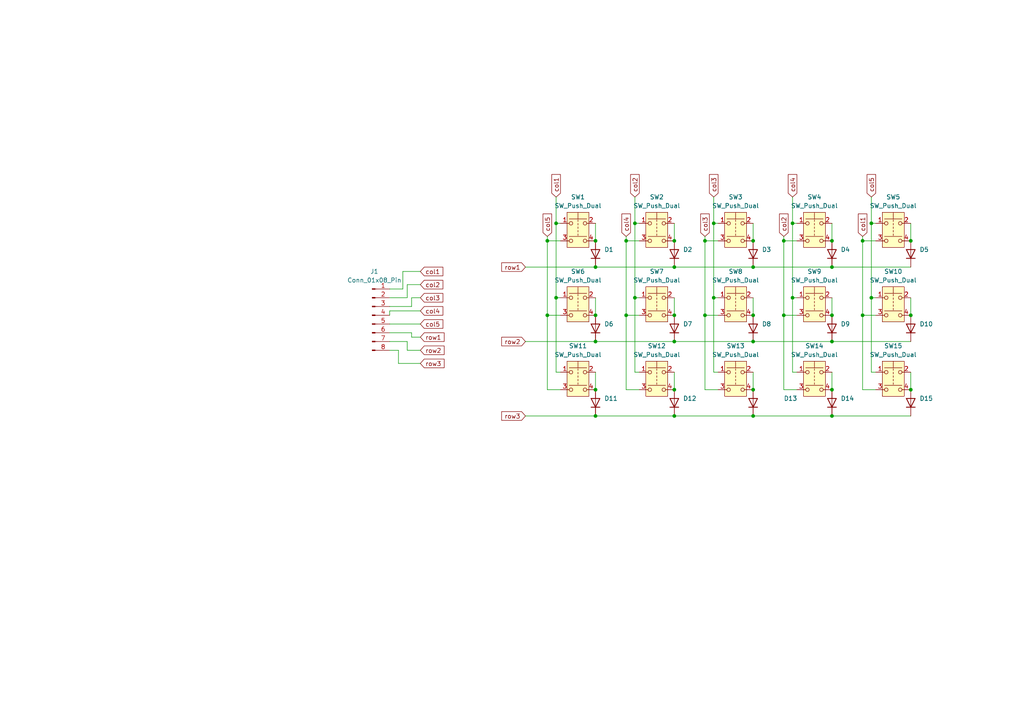
<source format=kicad_sch>
(kicad_sch (version 20250114) (generator "eeschema") (generator_version "9.0")
  (paper "A4")
  (lib_symbols
    (symbol "Connector:Conn_01x08_Pin" (pin_names (offset 1.016) (hide yes))
      (property "Reference" "J" (at 0 10.16 0))
      (property "Value" "Conn_01x08_Pin" (at 0 -12.7 0))
      (symbol "Conn_01x08_Pin_1_1"
        (rectangle (start 0.8636 7.747) (end 0 7.493) (stroke (width 0.1524)) (fill (type outline)))
        (rectangle (start 0.8636 5.207) (end 0 4.953) (stroke (width 0.1524)) (fill (type outline)))
        (rectangle (start 0.8636 2.667) (end 0 2.413) (stroke (width 0.1524)) (fill (type outline)))
        (rectangle (start 0.8636 0.127) (end 0 -0.127) (stroke (width 0.1524)) (fill (type outline)))
        (rectangle (start 0.8636 -2.413) (end 0 -2.667) (stroke (width 0.1524)) (fill (type outline)))
        (rectangle (start 0.8636 -4.953) (end 0 -5.207) (stroke (width 0.1524)) (fill (type outline)))
        (rectangle (start 0.8636 -7.493) (end 0 -7.747) (stroke (width 0.1524)) (fill (type outline)))
        (rectangle (start 0.8636 -10.033) (end 0 -10.287) (stroke (width 0.1524)) (fill (type outline)))
        (polyline (pts (xy 1.27 7.62) (xy 0.8636 7.62)) (stroke (width 0.1524)))
        (polyline (pts (xy 1.27 5.08) (xy 0.8636 5.08)) (stroke (width 0.1524)))
        (polyline (pts (xy 1.27 2.54) (xy 0.8636 2.54)) (stroke (width 0.1524)))
        (polyline (pts (xy 1.27 0) (xy 0.8636 0)) (stroke (width 0.1524)))
        (polyline (pts (xy 1.27 -2.54) (xy 0.8636 -2.54)) (stroke (width 0.1524)))
        (polyline (pts (xy 1.27 -5.08) (xy 0.8636 -5.08)) (stroke (width 0.1524)))
        (polyline (pts (xy 1.27 -7.62) (xy 0.8636 -7.62)) (stroke (width 0.1524)))
        (polyline (pts (xy 1.27 -10.16) (xy 0.8636 -10.16)) (stroke (width 0.1524)))
        (pin passive line (at 5.08 7.62 180) (length 3.81) (name "Pin_1") (number "1"))
        (pin passive line (at 5.08 5.08 180) (length 3.81) (name "Pin_2") (number "2"))
        (pin passive line (at 5.08 2.54 180) (length 3.81) (name "Pin_3") (number "3"))
        (pin passive line (at 5.08 0 180) (length 3.81) (name "Pin_4") (number "4"))
        (pin passive line (at 5.08 -2.54 180) (length 3.81) (name "Pin_5") (number "5"))
        (pin passive line (at 5.08 -5.08 180) (length 3.81) (name "Pin_6") (number "6"))
        (pin passive line (at 5.08 -7.62 180) (length 3.81) (name "Pin_7") (number "7"))
        (pin passive line (at 5.08 -10.16 180) (length 3.81) (name "Pin_8") (number "8"))
      )
    )
    (symbol "Diode:1N4148" (pin_numbers (hide yes)) (pin_names (hide yes))
      (property "Reference" "D" (at 0 2.54 0))
      (property "Value" "1N4148" (at 0 -2.54 0))
      (symbol "1N4148_0_1"
        (polyline (pts (xy -1.27 1.27) (xy -1.27 -1.27)) (stroke (width 0.254)))
        (polyline (pts (xy 1.27 1.27) (xy 1.27 -1.27) (xy -1.27 0) (xy 1.27 1.27)) (stroke (width 0.254)))
        (polyline (pts (xy 1.27 0) (xy -1.27 0)))
      )
      (symbol "1N4148_1_1"
        (pin passive line (at -3.81 0 0) (length 2.54) (name "K") (number "1"))
        (pin passive line (at 3.81 0 180) (length 2.54) (name "A") (number "2"))
      )
    )
    (symbol "Switch:SW_Push_Dual" (pin_names (offset 1.016) (hide yes))
      (property "Reference" "SW" (at 0 7.62 0))
      (property "Value" "SW_Push_Dual" (at 0 -6.35 0))
      (symbol "SW_Push_Dual_0_1"
        (circle (center -2.032 2.54) (radius 0.508))
        (circle (center -2.032 -2.54) (radius 0.508))
        (polyline (pts (xy 0 3.81) (xy 0 5.588)))
        (polyline (pts (xy 0 3.048) (xy 0 3.556)))
        (polyline (pts (xy 0 2.032) (xy 0 2.54)))
        (polyline (pts (xy 0 1.016) (xy 0 1.524)))
        (polyline (pts (xy 0 0.508) (xy 0 0)))
        (polyline (pts (xy 0 -0.508) (xy 0 -1.016)))
        (circle (center 2.032 2.54) (radius 0.508))
        (circle (center 2.032 -2.54) (radius 0.508))
        (polyline (pts (xy 2.54 3.81) (xy -2.54 3.81)))
        (polyline (pts (xy 2.54 -1.27) (xy -2.54 -1.27)))
        (pin passive line (at -5.08 2.54 0) (length 2.54) (name "1") (number "1"))
        (pin passive line (at -5.08 -2.54 0) (length 2.54) (name "3") (number "3"))
        (pin passive line (at 5.08 2.54 180) (length 2.54) (name "2") (number "2"))
        (pin passive line (at 5.08 -2.54 180) (length 2.54) (name "4") (number "4"))
      )
      (symbol "SW_Push_Dual_1_1"
        (rectangle (start -3.175 5.715) (end 3.175 -4.445) (fill (type background)))
      )
    )
  )
  (junction (at 184.15 86.36))
  (junction (at 172.72 69.85))
  (junction (at 250.19 69.85))
  (junction (at 158.75 69.85))
  (junction (at 218.44 77.47))
  (junction (at 229.87 64.77))
  (junction (at 218.44 113.03))
  (junction (at 227.33 69.85))
  (junction (at 218.44 99.06))
  (junction (at 241.3 99.06))
  (junction (at 172.72 91.44))
  (junction (at 195.58 120.65))
  (junction (at 172.72 120.65))
  (junction (at 158.75 91.44))
  (junction (at 195.58 77.47))
  (junction (at 195.58 91.44))
  (junction (at 252.73 64.77))
  (junction (at 218.44 91.44))
  (junction (at 172.72 113.03))
  (junction (at 207.01 64.77))
  (junction (at 207.01 86.36))
  (junction (at 172.72 77.47))
  (junction (at 181.61 91.44))
  (junction (at 204.47 91.44))
  (junction (at 161.29 64.77))
  (junction (at 218.44 120.65))
  (junction (at 184.15 64.77))
  (junction (at 264.16 91.44))
  (junction (at 250.19 91.44))
  (junction (at 227.33 91.44))
  (junction (at 195.58 69.85))
  (junction (at 161.29 86.36))
  (junction (at 252.73 86.36))
  (junction (at 218.44 69.85))
  (junction (at 181.61 69.85))
  (junction (at 241.3 113.03))
  (junction (at 264.16 113.03))
  (junction (at 241.3 91.44))
  (junction (at 204.47 69.85))
  (junction (at 264.16 69.85))
  (junction (at 241.3 69.85))
  (junction (at 195.58 99.06))
  (junction (at 241.3 120.65))
  (junction (at 229.87 86.36))
  (junction (at 195.58 113.03))
  (junction (at 172.72 99.06))
  (junction (at 241.3 77.47))
  (wire (pts (xy 161.29 57.15) (xy 161.29 64.77)))
  (wire (pts (xy 241.3 86.36) (xy 241.3 91.44)))
  (wire (pts (xy 207.01 107.95) (xy 207.01 86.36)))
  (wire (pts (xy 162.56 91.44) (xy 158.75 91.44)))
  (wire (pts (xy 185.42 64.77) (xy 184.15 64.77)))
  (wire (pts (xy 152.4 77.47) (xy 172.72 77.47)))
  (wire (pts (xy 231.14 91.44) (xy 227.33 91.44)))
  (wire (pts (xy 208.28 107.95) (xy 207.01 107.95)))
  (wire (pts (xy 181.61 91.44) (xy 181.61 69.85)))
  (wire (pts (xy 181.61 113.03) (xy 181.61 91.44)))
  (wire (pts (xy 195.58 77.47) (xy 218.44 77.47)))
  (wire (pts (xy 185.42 113.03) (xy 181.61 113.03)))
  (wire (pts (xy 218.44 107.95) (xy 218.44 113.03)))
  (wire (pts (xy 229.87 86.36) (xy 229.87 64.77)))
  (wire (pts (xy 250.19 91.44) (xy 250.19 69.85)))
  (wire (pts (xy 254 113.03) (xy 250.19 113.03)))
  (wire (pts (xy 184.15 86.36) (xy 184.15 107.95)))
  (wire (pts (xy 231.14 107.95) (xy 229.87 107.95)))
  (wire (pts (xy 208.28 86.36) (xy 207.01 86.36)))
  (wire (pts (xy 116.84 83.82) (xy 113.03 83.82)))
  (wire (pts (xy 184.15 64.77) (xy 184.15 86.36)))
  (wire (pts (xy 119.38 97.79) (xy 119.38 96.52)))
  (wire (pts (xy 118.11 82.55) (xy 118.11 86.36)))
  (wire (pts (xy 121.92 101.6) (xy 118.11 101.6)))
  (wire (pts (xy 254 86.36) (xy 252.73 86.36)))
  (wire (pts (xy 195.58 99.06) (xy 218.44 99.06)))
  (wire (pts (xy 264.16 86.36) (xy 264.16 91.44)))
  (wire (pts (xy 185.42 86.36) (xy 184.15 86.36)))
  (wire (pts (xy 227.33 113.03) (xy 227.33 91.44)))
  (wire (pts (xy 162.56 113.03) (xy 158.75 113.03)))
  (wire (pts (xy 121.92 90.17) (xy 113.03 90.17)))
  (wire (pts (xy 229.87 64.77) (xy 229.87 57.15)))
  (wire (pts (xy 118.11 86.36) (xy 113.03 86.36)))
  (wire (pts (xy 195.58 120.65) (xy 218.44 120.65)))
  (wire (pts (xy 119.38 88.9) (xy 113.03 88.9)))
  (wire (pts (xy 227.33 69.85) (xy 227.33 68.58)))
  (wire (pts (xy 172.72 99.06) (xy 195.58 99.06)))
  (wire (pts (xy 241.3 77.47) (xy 264.16 77.47)))
  (wire (pts (xy 119.38 86.36) (xy 119.38 88.9)))
  (wire (pts (xy 172.72 64.77) (xy 172.72 69.85)))
  (wire (pts (xy 162.56 107.95) (xy 161.29 107.95)))
  (wire (pts (xy 254 69.85) (xy 250.19 69.85)))
  (wire (pts (xy 254 107.95) (xy 252.73 107.95)))
  (wire (pts (xy 152.4 120.65) (xy 172.72 120.65)))
  (wire (pts (xy 204.47 91.44) (xy 204.47 69.85)))
  (wire (pts (xy 121.92 78.74) (xy 116.84 78.74)))
  (wire (pts (xy 208.28 64.77) (xy 207.01 64.77)))
  (wire (pts (xy 204.47 113.03) (xy 204.47 91.44)))
  (wire (pts (xy 218.44 120.65) (xy 241.3 120.65)))
  (wire (pts (xy 252.73 107.95) (xy 252.73 86.36)))
  (wire (pts (xy 172.72 77.47) (xy 195.58 77.47)))
  (wire (pts (xy 231.14 86.36) (xy 229.87 86.36)))
  (wire (pts (xy 161.29 64.77) (xy 162.56 64.77)))
  (wire (pts (xy 158.75 68.58) (xy 158.75 69.85)))
  (wire (pts (xy 185.42 91.44) (xy 181.61 91.44)))
  (wire (pts (xy 184.15 64.77) (xy 184.15 57.15)))
  (wire (pts (xy 115.57 105.41) (xy 115.57 101.6)))
  (wire (pts (xy 113.03 93.98) (xy 121.92 93.98)))
  (wire (pts (xy 158.75 69.85) (xy 162.56 69.85)))
  (wire (pts (xy 185.42 107.95) (xy 184.15 107.95)))
  (wire (pts (xy 118.11 99.06) (xy 113.03 99.06)))
  (wire (pts (xy 252.73 64.77) (xy 252.73 86.36)))
  (wire (pts (xy 241.3 120.65) (xy 264.16 120.65)))
  (wire (pts (xy 115.57 101.6) (xy 113.03 101.6)))
  (wire (pts (xy 218.44 99.06) (xy 241.3 99.06)))
  (wire (pts (xy 208.28 69.85) (xy 204.47 69.85)))
  (wire (pts (xy 113.03 90.17) (xy 113.03 91.44)))
  (wire (pts (xy 207.01 64.77) (xy 207.01 57.15)))
  (wire (pts (xy 218.44 64.77) (xy 218.44 69.85)))
  (wire (pts (xy 172.72 86.36) (xy 172.72 91.44)))
  (wire (pts (xy 158.75 91.44) (xy 158.75 69.85)))
  (wire (pts (xy 264.16 107.95) (xy 264.16 113.03)))
  (wire (pts (xy 172.72 120.65) (xy 195.58 120.65)))
  (wire (pts (xy 204.47 69.85) (xy 204.47 68.58)))
  (wire (pts (xy 121.92 105.41) (xy 115.57 105.41)))
  (wire (pts (xy 195.58 86.36) (xy 195.58 91.44)))
  (wire (pts (xy 254 91.44) (xy 250.19 91.44)))
  (wire (pts (xy 250.19 113.03) (xy 250.19 91.44)))
  (wire (pts (xy 119.38 96.52) (xy 113.03 96.52)))
  (wire (pts (xy 264.16 64.77) (xy 264.16 69.85)))
  (wire (pts (xy 208.28 91.44) (xy 204.47 91.44)))
  (wire (pts (xy 229.87 107.95) (xy 229.87 86.36)))
  (wire (pts (xy 241.3 99.06) (xy 264.16 99.06)))
  (wire (pts (xy 172.72 107.95) (xy 172.72 113.03)))
  (wire (pts (xy 185.42 69.85) (xy 181.61 69.85)))
  (wire (pts (xy 116.84 78.74) (xy 116.84 83.82)))
  (wire (pts (xy 227.33 91.44) (xy 227.33 69.85)))
  (wire (pts (xy 158.75 113.03) (xy 158.75 91.44)))
  (wire (pts (xy 161.29 64.77) (xy 161.29 86.36)))
  (wire (pts (xy 181.61 69.85) (xy 181.61 68.58)))
  (wire (pts (xy 195.58 64.77) (xy 195.58 69.85)))
  (wire (pts (xy 208.28 113.03) (xy 204.47 113.03)))
  (wire (pts (xy 121.92 82.55) (xy 118.11 82.55)))
  (wire (pts (xy 250.19 69.85) (xy 250.19 68.58)))
  (wire (pts (xy 121.92 86.36) (xy 119.38 86.36)))
  (wire (pts (xy 252.73 64.77) (xy 252.73 57.15)))
  (wire (pts (xy 218.44 77.47) (xy 241.3 77.47)))
  (wire (pts (xy 231.14 113.03) (xy 227.33 113.03)))
  (wire (pts (xy 162.56 86.36) (xy 161.29 86.36)))
  (wire (pts (xy 241.3 107.95) (xy 241.3 113.03)))
  (wire (pts (xy 231.14 64.77) (xy 229.87 64.77)))
  (wire (pts (xy 118.11 101.6) (xy 118.11 99.06)))
  (wire (pts (xy 121.92 97.79) (xy 119.38 97.79)))
  (wire (pts (xy 254 64.77) (xy 252.73 64.77)))
  (wire (pts (xy 195.58 107.95) (xy 195.58 113.03)))
  (wire (pts (xy 207.01 86.36) (xy 207.01 64.77)))
  (wire (pts (xy 218.44 86.36) (xy 218.44 91.44)))
  (wire (pts (xy 241.3 64.77) (xy 241.3 69.85)))
  (wire (pts (xy 152.4 99.06) (xy 172.72 99.06)))
  (wire (pts (xy 231.14 69.85) (xy 227.33 69.85)))
  (wire (pts (xy 161.29 86.36) (xy 161.29 107.95)))
  (global_label "col5" (shape input) (at 158.75 68.58 90) (property "Intersheetrefs" "${INTERSHEET_REFS}" (effects (hide yes))))
  (global_label "col5" (shape input) (at 252.73 57.15 90) (property "Intersheetrefs" "${INTERSHEET_REFS}" (effects (hide yes))))
  (global_label "col1" (shape input) (at 250.19 68.58 90) (property "Intersheetrefs" "${INTERSHEET_REFS}" (effects (hide yes))))
  (global_label "col4" (shape input) (at 229.87 57.15 90) (property "Intersheetrefs" "${INTERSHEET_REFS}" (effects (hide yes))))
  (global_label "row2" (shape input) (at 121.92 101.6 0) (property "Intersheetrefs" "${INTERSHEET_REFS}" (effects (hide yes))))
  (global_label "col2" (shape input) (at 121.92 82.55 0) (property "Intersheetrefs" "${INTERSHEET_REFS}" (effects (hide yes))))
  (global_label "col1" (shape input) (at 161.29 57.15 90) (property "Intersheetrefs" "${INTERSHEET_REFS}" (effects (hide yes))))
  (global_label "col4" (shape input) (at 121.92 90.17 0) (property "Intersheetrefs" "${INTERSHEET_REFS}" (effects (hide yes))))
  (global_label "row3" (shape input) (at 152.4 120.65 180) (property "Intersheetrefs" "${INTERSHEET_REFS}" (effects (hide yes))))
  (global_label "col3" (shape input) (at 121.92 86.36 0) (property "Intersheetrefs" "${INTERSHEET_REFS}" (effects (hide yes))))
  (global_label "col2" (shape input) (at 184.15 57.15 90) (property "Intersheetrefs" "${INTERSHEET_REFS}" (effects (hide yes))))
  (global_label "col4" (shape input) (at 181.61 68.58 90) (property "Intersheetrefs" "${INTERSHEET_REFS}" (effects (hide yes))))
  (global_label "row2" (shape input) (at 152.4 99.06 180) (property "Intersheetrefs" "${INTERSHEET_REFS}" (effects (hide yes))))
  (global_label "col2" (shape input) (at 227.33 68.58 90) (property "Intersheetrefs" "${INTERSHEET_REFS}" (effects (hide yes))))
  (global_label "col3" (shape input) (at 207.01 57.15 90) (property "Intersheetrefs" "${INTERSHEET_REFS}" (effects (hide yes))))
  (global_label "row3" (shape input) (at 121.92 105.41 0) (property "Intersheetrefs" "${INTERSHEET_REFS}" (effects (hide yes))))
  (global_label "col5" (shape input) (at 121.92 93.98 0) (property "Intersheetrefs" "${INTERSHEET_REFS}" (effects (hide yes))))
  (global_label "col1" (shape input) (at 121.92 78.74 0) (property "Intersheetrefs" "${INTERSHEET_REFS}" (effects (hide yes))))
  (global_label "row1" (shape input) (at 152.4 77.47 180) (property "Intersheetrefs" "${INTERSHEET_REFS}" (effects (hide yes))))
  (global_label "col3" (shape input) (at 204.47 68.58 90) (property "Intersheetrefs" "${INTERSHEET_REFS}" (effects (hide yes))))
  (global_label "row1" (shape input) (at 121.92 97.79 0) (property "Intersheetrefs" "${INTERSHEET_REFS}" (effects (hide yes))))
  (symbol (lib_id "Diode:1N4148") (at 241.3 73.66 90) (unit 1)
    (property "Reference" "D4" (at 243.84 72.3899 90) (effects (justify right)))
    (property "Value" "1N4148" (effects (hide yes)))
    (property "Footprint" "Diode_THT:D_DO-35_SOD27_P7.62mm_Horizontal" (effects (hide yes)))
    (property "Datasheet" "https://assets.nexperia.com/documents/data-sheet/1N4148_1N4448.pdf" (effects (hide yes)))
    (property "Description" "100V 0.15A standard switching diode, DO-35" (effects (hide yes)))
    (property "Sim.Device" "D" (effects (hide yes)))
    (property "Sim.Pins" "1=K 2=A" (effects (hide yes)))
  )
  (symbol (lib_id "Diode:1N4148") (at 195.58 116.84 90) (unit 1)
    (property "Reference" "D12" (at 198.12 115.5699 90) (effects (justify right)))
    (property "Value" "1N4148" (effects (hide yes)))
    (property "Footprint" "Diode_THT:D_DO-35_SOD27_P7.62mm_Horizontal" (effects (hide yes)))
    (property "Datasheet" "https://assets.nexperia.com/documents/data-sheet/1N4148_1N4448.pdf" (effects (hide yes)))
    (property "Description" "100V 0.15A standard switching diode, DO-35" (effects (hide yes)))
    (property "Sim.Device" "D" (effects (hide yes)))
    (property "Sim.Pins" "1=K 2=A" (effects (hide yes)))
  )
  (symbol (lib_id "Diode:1N4148") (at 241.3 95.25 90) (unit 1)
    (property "Reference" "D9" (at 243.84 93.9799 90) (effects (justify right)))
    (property "Value" "1N4148" (effects (hide yes)))
    (property "Footprint" "Diode_THT:D_DO-35_SOD27_P7.62mm_Horizontal" (effects (hide yes)))
    (property "Datasheet" "https://assets.nexperia.com/documents/data-sheet/1N4148_1N4448.pdf" (effects (hide yes)))
    (property "Description" "100V 0.15A standard switching diode, DO-35" (effects (hide yes)))
    (property "Sim.Device" "D" (effects (hide yes)))
    (property "Sim.Pins" "1=K 2=A" (effects (hide yes)))
  )
  (symbol (lib_id "Diode:1N4148") (at 195.58 73.66 90) (unit 1)
    (property "Reference" "D2" (at 198.12 72.3899 90) (effects (justify right)))
    (property "Value" "1N4148" (effects (hide yes)))
    (property "Footprint" "Diode_THT:D_DO-35_SOD27_P7.62mm_Horizontal" (effects (hide yes)))
    (property "Datasheet" "https://assets.nexperia.com/documents/data-sheet/1N4148_1N4448.pdf" (effects (hide yes)))
    (property "Description" "100V 0.15A standard switching diode, DO-35" (effects (hide yes)))
    (property "Sim.Device" "D" (effects (hide yes)))
    (property "Sim.Pins" "1=K 2=A" (effects (hide yes)))
  )
  (symbol (lib_id "Connector:Conn_01x08_Pin") (at 107.95 91.44 0) (unit 1)
    (property "Reference" "J1" (at 108.585 78.74 0))
    (property "Value" "Conn_01x08_Pin" (at 108.585 81.28 0))
    (property "Footprint" "Connector_PinHeader_2.54mm:PinHeader_1x08_P2.54mm_Vertical" (effects (hide yes)))
    (property "Description" "Generic connector, single row, 01x08, script generated" (effects (hide yes)))
  )
  (symbol (lib_id "Switch:SW_Push_Dual") (at 259.08 110.49 0) (unit 1)
    (property "Reference" "SW15" (at 259.08 100.33 0))
    (property "Value" "SW_Push_Dual" (at 259.08 102.87 0))
    (property "Footprint" "TestingSplitKb:Kailh_socket_MX_reversible" (effects (hide yes)))
    (property "Description" "Push button switch, generic, symbol, four pins" (effects (hide yes)))
  )
  (symbol (lib_id "Switch:SW_Push_Dual") (at 167.64 67.31 0) (unit 1)
    (property "Reference" "SW1" (at 167.64 57.15 0))
    (property "Value" "SW_Push_Dual" (at 167.64 59.69 0))
    (property "Footprint" "TestingSplitKb:Kailh_socket_MX_reversible" (effects (hide yes)))
    (property "Description" "Push button switch, generic, symbol, four pins" (effects (hide yes)))
  )
  (symbol (lib_id "Diode:1N4148") (at 218.44 116.84 90) (unit 1)
    (property "Reference" "D13" (at 227.33 115.5699 90) (effects (justify right)))
    (property "Value" "1N4148" (effects (hide yes)))
    (property "Footprint" "Diode_THT:D_DO-35_SOD27_P7.62mm_Horizontal" (effects (hide yes)))
    (property "Datasheet" "https://assets.nexperia.com/documents/data-sheet/1N4148_1N4448.pdf" (effects (hide yes)))
    (property "Description" "100V 0.15A standard switching diode, DO-35" (effects (hide yes)))
    (property "Sim.Device" "D" (effects (hide yes)))
    (property "Sim.Pins" "1=K 2=A" (effects (hide yes)))
  )
  (symbol (lib_id "Switch:SW_Push_Dual") (at 259.08 67.31 0) (unit 1)
    (property "Reference" "SW5" (at 259.08 57.15 0))
    (property "Value" "SW_Push_Dual" (at 259.08 59.69 0))
    (property "Footprint" "TestingSplitKb:Kailh_socket_MX_reversible" (effects (hide yes)))
    (property "Description" "Push button switch, generic, symbol, four pins" (effects (hide yes)))
  )
  (symbol (lib_id "Diode:1N4148") (at 218.44 95.25 90) (unit 1)
    (property "Reference" "D8" (at 220.98 93.9799 90) (effects (justify right)))
    (property "Value" "1N4148" (effects (hide yes)))
    (property "Footprint" "Diode_THT:D_DO-35_SOD27_P7.62mm_Horizontal" (effects (hide yes)))
    (property "Datasheet" "https://assets.nexperia.com/documents/data-sheet/1N4148_1N4448.pdf" (effects (hide yes)))
    (property "Description" "100V 0.15A standard switching diode, DO-35" (effects (hide yes)))
    (property "Sim.Device" "D" (effects (hide yes)))
    (property "Sim.Pins" "1=K 2=A" (effects (hide yes)))
  )
  (symbol (lib_id "Diode:1N4148") (at 195.58 95.25 90) (unit 1)
    (property "Reference" "D7" (at 198.12 93.9799 90) (effects (justify right)))
    (property "Value" "1N4148" (effects (hide yes)))
    (property "Footprint" "Diode_THT:D_DO-35_SOD27_P7.62mm_Horizontal" (effects (hide yes)))
    (property "Datasheet" "https://assets.nexperia.com/documents/data-sheet/1N4148_1N4448.pdf" (effects (hide yes)))
    (property "Description" "100V 0.15A standard switching diode, DO-35" (effects (hide yes)))
    (property "Sim.Device" "D" (effects (hide yes)))
    (property "Sim.Pins" "1=K 2=A" (effects (hide yes)))
  )
  (symbol (lib_id "Switch:SW_Push_Dual") (at 213.36 88.9 0) (unit 1)
    (property "Reference" "SW8" (at 213.36 78.74 0))
    (property "Value" "SW_Push_Dual" (at 213.36 81.28 0))
    (property "Footprint" "TestingSplitKb:Kailh_socket_MX_reversible" (effects (hide yes)))
    (property "Description" "Push button switch, generic, symbol, four pins" (effects (hide yes)))
  )
  (symbol (lib_id "Diode:1N4148") (at 264.16 116.84 90) (unit 1)
    (property "Reference" "D15" (at 266.7 115.5699 90) (effects (justify right)))
    (property "Value" "1N4148" (effects (hide yes)))
    (property "Footprint" "Diode_THT:D_DO-35_SOD27_P7.62mm_Horizontal" (effects (hide yes)))
    (property "Datasheet" "https://assets.nexperia.com/documents/data-sheet/1N4148_1N4448.pdf" (effects (hide yes)))
    (property "Description" "100V 0.15A standard switching diode, DO-35" (effects (hide yes)))
    (property "Sim.Device" "D" (effects (hide yes)))
    (property "Sim.Pins" "1=K 2=A" (effects (hide yes)))
  )
  (symbol (lib_id "Diode:1N4148") (at 172.72 95.25 90) (unit 1)
    (property "Reference" "D6" (at 175.26 93.9799 90) (effects (justify right)))
    (property "Value" "1N4148" (effects (hide yes)))
    (property "Footprint" "Diode_THT:D_DO-35_SOD27_P7.62mm_Horizontal" (effects (hide yes)))
    (property "Datasheet" "https://assets.nexperia.com/documents/data-sheet/1N4148_1N4448.pdf" (effects (hide yes)))
    (property "Description" "100V 0.15A standard switching diode, DO-35" (effects (hide yes)))
    (property "Sim.Device" "D" (effects (hide yes)))
    (property "Sim.Pins" "1=K 2=A" (effects (hide yes)))
  )
  (symbol (lib_id "Switch:SW_Push_Dual") (at 213.36 110.49 0) (unit 1)
    (property "Reference" "SW13" (at 213.36 100.33 0))
    (property "Value" "SW_Push_Dual" (at 213.36 102.87 0))
    (property "Footprint" "TestingSplitKb:Kailh_socket_MX_reversible" (effects (hide yes)))
    (property "Description" "Push button switch, generic, symbol, four pins" (effects (hide yes)))
  )
  (symbol (lib_id "Switch:SW_Push_Dual") (at 236.22 88.9 0) (unit 1)
    (property "Reference" "SW9" (at 236.22 78.74 0))
    (property "Value" "SW_Push_Dual" (at 236.22 81.28 0))
    (property "Footprint" "TestingSplitKb:Kailh_socket_MX_reversible" (effects (hide yes)))
    (property "Description" "Push button switch, generic, symbol, four pins" (effects (hide yes)))
  )
  (symbol (lib_id "Switch:SW_Push_Dual") (at 167.64 88.9 0) (unit 1)
    (property "Reference" "SW6" (at 167.64 78.74 0))
    (property "Value" "SW_Push_Dual" (at 167.64 81.28 0))
    (property "Footprint" "TestingSplitKb:Kailh_socket_MX_reversible" (effects (hide yes)))
    (property "Description" "Push button switch, generic, symbol, four pins" (effects (hide yes)))
  )
  (symbol (lib_id "Diode:1N4148") (at 264.16 73.66 90) (unit 1)
    (property "Reference" "D5" (at 266.7 72.3899 90) (effects (justify right)))
    (property "Value" "1N4148" (effects (hide yes)))
    (property "Footprint" "Diode_THT:D_DO-35_SOD27_P7.62mm_Horizontal" (effects (hide yes)))
    (property "Datasheet" "https://assets.nexperia.com/documents/data-sheet/1N4148_1N4448.pdf" (effects (hide yes)))
    (property "Description" "100V 0.15A standard switching diode, DO-35" (effects (hide yes)))
    (property "Sim.Device" "D" (effects (hide yes)))
    (property "Sim.Pins" "1=K 2=A" (effects (hide yes)))
  )
  (symbol (lib_id "Switch:SW_Push_Dual") (at 190.5 88.9 0) (unit 1)
    (property "Reference" "SW7" (at 190.5 78.74 0))
    (property "Value" "SW_Push_Dual" (at 190.5 81.28 0))
    (property "Footprint" "TestingSplitKb:Kailh_socket_MX_reversible" (effects (hide yes)))
    (property "Description" "Push button switch, generic, symbol, four pins" (effects (hide yes)))
  )
  (symbol (lib_id "Diode:1N4148") (at 264.16 95.25 90) (unit 1)
    (property "Reference" "D10" (at 266.7 93.9799 90) (effects (justify right)))
    (property "Value" "1N4148" (effects (hide yes)))
    (property "Footprint" "Diode_THT:D_DO-35_SOD27_P7.62mm_Horizontal" (effects (hide yes)))
    (property "Datasheet" "https://assets.nexperia.com/documents/data-sheet/1N4148_1N4448.pdf" (effects (hide yes)))
    (property "Description" "100V 0.15A standard switching diode, DO-35" (effects (hide yes)))
    (property "Sim.Device" "D" (effects (hide yes)))
    (property "Sim.Pins" "1=K 2=A" (effects (hide yes)))
  )
  (symbol (lib_id "Diode:1N4148") (at 218.44 73.66 90) (unit 1)
    (property "Reference" "D3" (at 220.98 72.3899 90) (effects (justify right)))
    (property "Value" "1N4148" (effects (hide yes)))
    (property "Footprint" "Diode_THT:D_DO-35_SOD27_P7.62mm_Horizontal" (effects (hide yes)))
    (property "Datasheet" "https://assets.nexperia.com/documents/data-sheet/1N4148_1N4448.pdf" (effects (hide yes)))
    (property "Description" "100V 0.15A standard switching diode, DO-35" (effects (hide yes)))
    (property "Sim.Device" "D" (effects (hide yes)))
    (property "Sim.Pins" "1=K 2=A" (effects (hide yes)))
  )
  (symbol (lib_id "Diode:1N4148") (at 172.72 73.66 90) (unit 1)
    (property "Reference" "D1" (at 175.26 72.3899 90) (effects (justify right)))
    (property "Value" "1N4148" (effects (hide yes)))
    (property "Footprint" "Diode_THT:D_DO-35_SOD27_P7.62mm_Horizontal" (effects (hide yes)))
    (property "Datasheet" "https://assets.nexperia.com/documents/data-sheet/1N4148_1N4448.pdf" (effects (hide yes)))
    (property "Description" "100V 0.15A standard switching diode, DO-35" (effects (hide yes)))
    (property "Sim.Device" "D" (effects (hide yes)))
    (property "Sim.Pins" "1=K 2=A" (effects (hide yes)))
  )
  (symbol (lib_id "Switch:SW_Push_Dual") (at 190.5 67.31 0) (unit 1)
    (property "Reference" "SW2" (at 190.5 57.15 0))
    (property "Value" "SW_Push_Dual" (at 190.5 59.69 0))
    (property "Footprint" "TestingSplitKb:Kailh_socket_MX_reversible" (effects (hide yes)))
    (property "Description" "Push button switch, generic, symbol, four pins" (effects (hide yes)))
  )
  (symbol (lib_id "Switch:SW_Push_Dual") (at 236.22 67.31 0) (unit 1)
    (property "Reference" "SW4" (at 236.22 57.15 0))
    (property "Value" "SW_Push_Dual" (at 236.22 59.69 0))
    (property "Footprint" "TestingSplitKb:Kailh_socket_MX_reversible" (effects (hide yes)))
    (property "Description" "Push button switch, generic, symbol, four pins" (effects (hide yes)))
  )
  (symbol (lib_id "Diode:1N4148") (at 172.72 116.84 90) (unit 1)
    (property "Reference" "D11" (at 175.26 115.5699 90) (effects (justify right)))
    (property "Value" "1N4148" (effects (hide yes)))
    (property "Footprint" "Diode_THT:D_DO-35_SOD27_P7.62mm_Horizontal" (effects (hide yes)))
    (property "Datasheet" "https://assets.nexperia.com/documents/data-sheet/1N4148_1N4448.pdf" (effects (hide yes)))
    (property "Description" "100V 0.15A standard switching diode, DO-35" (effects (hide yes)))
    (property "Sim.Device" "D" (effects (hide yes)))
    (property "Sim.Pins" "1=K 2=A" (effects (hide yes)))
  )
  (symbol (lib_id "Switch:SW_Push_Dual") (at 167.64 110.49 0) (unit 1)
    (property "Reference" "SW11" (at 167.64 100.33 0))
    (property "Value" "SW_Push_Dual" (at 167.64 102.87 0))
    (property "Footprint" "TestingSplitKb:Kailh_socket_MX_reversible" (effects (hide yes)))
    (property "Description" "Push button switch, generic, symbol, four pins" (effects (hide yes)))
  )
  (symbol (lib_id "Switch:SW_Push_Dual") (at 213.36 67.31 0) (unit 1)
    (property "Reference" "SW3" (at 213.36 57.15 0))
    (property "Value" "SW_Push_Dual" (at 213.36 59.69 0))
    (property "Footprint" "TestingSplitKb:Kailh_socket_MX_reversible" (effects (hide yes)))
    (property "Description" "Push button switch, generic, symbol, four pins" (effects (hide yes)))
  )
  (symbol (lib_id "Switch:SW_Push_Dual") (at 259.08 88.9 0) (unit 1)
    (property "Reference" "SW10" (at 259.08 78.74 0))
    (property "Value" "SW_Push_Dual" (at 259.08 81.28 0))
    (property "Footprint" "TestingSplitKb:Kailh_socket_MX_reversible" (effects (hide yes)))
    (property "Description" "Push button switch, generic, symbol, four pins" (effects (hide yes)))
  )
  (symbol (lib_id "Switch:SW_Push_Dual") (at 190.5 110.49 0) (unit 1)
    (property "Reference" "SW12" (at 190.5 100.33 0))
    (property "Value" "SW_Push_Dual" (at 190.5 102.87 0))
    (property "Footprint" "TestingSplitKb:Kailh_socket_MX_reversible" (effects (hide yes)))
    (property "Description" "Push button switch, generic, symbol, four pins" (effects (hide yes)))
  )
  (symbol (lib_id "Diode:1N4148") (at 241.3 116.84 90) (unit 1)
    (property "Reference" "D14" (at 243.84 115.5699 90) (effects (justify right)))
    (property "Value" "1N4148" (effects (hide yes)))
    (property "Footprint" "Diode_THT:D_DO-35_SOD27_P7.62mm_Horizontal" (effects (hide yes)))
    (property "Datasheet" "https://assets.nexperia.com/documents/data-sheet/1N4148_1N4448.pdf" (effects (hide yes)))
    (property "Description" "100V 0.15A standard switching diode, DO-35" (effects (hide yes)))
    (property "Sim.Device" "D" (effects (hide yes)))
    (property "Sim.Pins" "1=K 2=A" (effects (hide yes)))
  )
  (symbol (lib_id "Switch:SW_Push_Dual") (at 236.22 110.49 0) (unit 1)
    (property "Reference" "SW14" (at 236.22 100.33 0))
    (property "Value" "SW_Push_Dual" (at 236.22 102.87 0))
    (property "Footprint" "TestingSplitKb:Kailh_socket_MX_reversible" (effects (hide yes)))
    (property "Description" "Push button switch, generic, symbol, four pins" (effects (hide yes)))
  )
)
</source>
